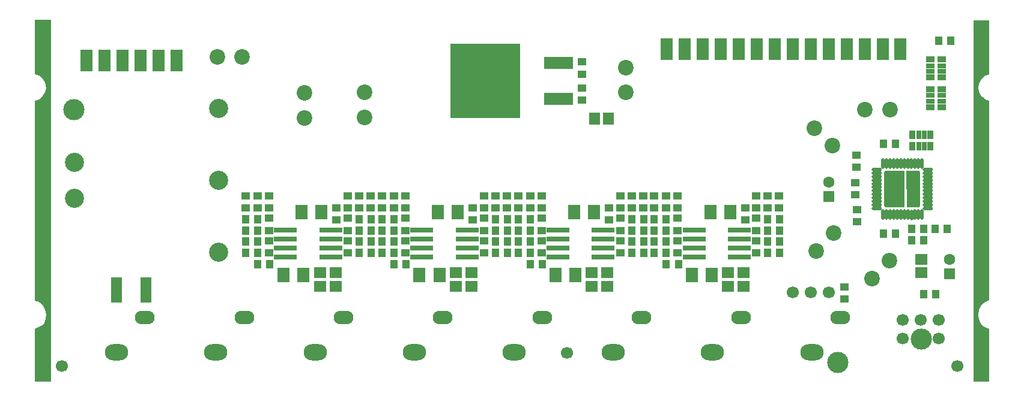
<source format=gbr>
G04 DipTrace 2.4.0.2*
%IN1_Layer_Top_Mask.gbr*%
%MOIN*%
%ADD26C,0.1181*%
%ADD39C,0.0591*%
%ADD63C,0.0669*%
%ADD65C,0.1063*%
%ADD67R,0.3898X0.4173*%
%ADD69R,0.1634X0.0669*%
%ADD71R,0.126X0.0315*%
%ADD73O,0.0199X0.0579*%
%ADD75O,0.0579X0.0199*%
%ADD77R,0.0256X0.0492*%
%ADD79R,0.026X0.0492*%
%ADD81R,0.0335X0.0492*%
%ADD83R,0.0492X0.0256*%
%ADD85R,0.0492X0.026*%
%ADD87R,0.0492X0.0335*%
%ADD90R,0.0669X0.122*%
%ADD92C,0.0669*%
%ADD93R,0.063X0.1417*%
%ADD95R,0.0669X0.0591*%
%ADD97R,0.0709X0.0787*%
%ADD99C,0.063*%
%ADD101R,0.063X0.063*%
%ADD103R,0.0429X0.0479*%
%ADD105R,0.0591X0.0669*%
%ADD107R,0.0479X0.0429*%
%ADD109C,0.0866*%
%ADD111O,0.1102X0.0748*%
%ADD113O,0.1299X0.0906*%
%FSLAX44Y44*%
G04*
G70*
G90*
G75*
G01*
%LNTopMask*%
%LPD*%
D113*
X14173Y5787D3*
D111*
X15748Y7717D3*
X10236D3*
D113*
X8661Y5787D3*
X25197D3*
D111*
X26772Y7717D3*
X21260D3*
D113*
X19685Y5787D3*
X36220D3*
D111*
X37795Y7717D3*
X32283D3*
D113*
X30709Y5787D3*
X47244D3*
D111*
X48819Y7717D3*
X43307D3*
D113*
X41732Y5787D3*
D109*
X14252Y22205D3*
X15630D3*
X36929Y20236D3*
Y21614D3*
D107*
X34488Y21260D3*
Y21929D3*
D109*
X22433Y20236D3*
Y18858D3*
X19087Y20197D3*
Y18819D3*
X50197Y19291D3*
X51575D3*
D107*
X34488Y19803D3*
Y20472D3*
D109*
X47401Y18246D3*
X48393Y17289D3*
D105*
X35945Y18780D3*
X35197D3*
D103*
X51890Y17362D3*
X51220D3*
D107*
X49724Y16732D3*
Y16063D3*
D101*
X48189Y14449D3*
D99*
Y15236D3*
D107*
X49646Y15197D3*
Y14528D3*
X20866Y13130D3*
Y13799D3*
X28425Y13130D3*
Y13799D3*
X35984Y13130D3*
Y13799D3*
X43543Y13130D3*
Y13799D3*
D97*
X20039Y13583D3*
X18937D3*
X27598D3*
X26496D3*
X35157D3*
X34055D3*
X42717D3*
X41614D3*
D107*
X49764Y13701D3*
Y13031D3*
D109*
X47502Y11417D3*
X48459Y12408D3*
D103*
X16496Y13189D3*
X15827D3*
X22795D3*
X22126D3*
X24055D3*
X23386D3*
X30354D3*
X29685D3*
X31614D3*
X30945D3*
X37913D3*
X37244D3*
X39173D3*
X38504D3*
X45472D3*
X44803D3*
X53465Y12638D3*
X52795D3*
X54764D3*
X54094D3*
X16496Y12559D3*
X15827D3*
X22795D3*
X22126D3*
X24055D3*
X23386D3*
X30354D3*
X29685D3*
X31614D3*
X30945D3*
X37913D3*
X37244D3*
X39173D3*
X38504D3*
X45472D3*
X44803D3*
X51890Y12362D3*
X51220D3*
X53465Y12008D3*
X52795D3*
D107*
X17126Y11969D3*
Y11299D3*
X21496Y11969D3*
Y11299D3*
X24685Y11969D3*
Y11299D3*
X29055Y11969D3*
Y11299D3*
X32244Y11969D3*
Y11299D3*
X36614Y11969D3*
Y11299D3*
X39803Y11969D3*
Y11299D3*
X44173Y11969D3*
Y11299D3*
D109*
X50591Y9882D3*
X51548Y10873D3*
D101*
X54882Y10157D3*
D99*
Y10945D3*
D95*
X53307D3*
Y10197D3*
D103*
X16496Y10669D3*
X17165D3*
X24055D3*
X24724D3*
X31614D3*
X32283D3*
X39173D3*
X39843D3*
D97*
X19016Y10079D3*
X17913D3*
D95*
X19961Y9449D3*
Y10197D3*
X20827Y9449D3*
Y10197D3*
D97*
X26575Y10079D3*
X25472D3*
D95*
X27480Y9449D3*
Y10197D3*
X28346Y9449D3*
Y10197D3*
D97*
X34134Y10079D3*
X33031D3*
D95*
X35039Y9449D3*
Y10197D3*
X35906Y9449D3*
Y10197D3*
D97*
X41693Y10079D3*
X40591D3*
D95*
X42598Y9449D3*
Y10197D3*
X43465Y9449D3*
Y10197D3*
D103*
X54134Y9016D3*
X53465D3*
D93*
X8661Y9252D3*
X10276D3*
D92*
X46181Y9094D3*
X47181D3*
X48181D3*
D90*
X39181Y22638D3*
X40181D3*
X41181D3*
X42181D3*
X43181D3*
X44181D3*
X45181D3*
X46181D3*
X47181D3*
X48181D3*
X49181D3*
X50181D3*
X51181D3*
X52173D3*
X6992Y22008D3*
X7992D3*
X8992D3*
X9992D3*
X10992D3*
X11992D3*
D39*
X6299Y19291D3*
X53307Y6496D3*
D92*
X33661Y5748D3*
D39*
X48701Y5197D3*
D92*
X5630Y5000D3*
X55315D3*
D103*
X54961Y23110D3*
X54291D3*
D87*
X54449Y21063D3*
D85*
Y21409D3*
Y21724D3*
D87*
Y22067D3*
X53819D3*
D83*
Y21724D3*
Y21409D3*
D87*
Y21063D3*
X54449Y19409D3*
D85*
Y19756D3*
Y20071D3*
D87*
Y20413D3*
X53819D3*
D83*
Y20071D3*
Y19756D3*
D87*
Y19409D3*
D81*
X52835Y17244D3*
D79*
X53181D3*
X53496D3*
D81*
X53839D3*
Y17874D3*
D77*
X53496D3*
X53181D3*
D81*
X52835D3*
D107*
X15827Y13819D3*
Y14488D3*
X16496Y13819D3*
Y14488D3*
X17126Y13819D3*
Y14488D3*
X21496Y13819D3*
Y14488D3*
X22126Y13819D3*
Y14488D3*
X22756Y13819D3*
Y14488D3*
X23386Y13819D3*
Y14488D3*
X24055Y13819D3*
Y14488D3*
X24685Y13819D3*
Y14488D3*
X29055Y13819D3*
Y14488D3*
X29685Y13819D3*
Y14488D3*
X30315Y13819D3*
Y14488D3*
X30945Y13819D3*
Y14488D3*
X31614Y13819D3*
Y14488D3*
X32244Y13819D3*
Y14488D3*
X36614Y13819D3*
Y14488D3*
X37244Y13819D3*
Y14488D3*
X37874Y13819D3*
Y14488D3*
X38504Y13819D3*
Y14488D3*
X39173Y13819D3*
Y14488D3*
X39803Y13819D3*
Y14488D3*
X44173Y13819D3*
Y14488D3*
X44803Y13819D3*
Y14488D3*
X45433Y13819D3*
Y14488D3*
X17126Y12559D3*
Y13228D3*
X21496Y12559D3*
Y13228D3*
X24685Y12559D3*
Y13228D3*
X29055Y12559D3*
Y13228D3*
X32244Y12559D3*
Y13228D3*
X36614Y12559D3*
Y13228D3*
X39803Y12559D3*
Y13228D3*
X44173Y12559D3*
Y13228D3*
D103*
X15827Y11929D3*
X16496D3*
X22126D3*
X22795D3*
X23386D3*
X24055D3*
X29685D3*
X30354D3*
X30945D3*
X31614D3*
X37244D3*
X37913D3*
X38504D3*
X39173D3*
X44803D3*
X45472D3*
X15827Y11299D3*
X16496D3*
X22126D3*
X22795D3*
X23386D3*
X24055D3*
X29685D3*
X30354D3*
X30945D3*
X31614D3*
X37244D3*
X37913D3*
X38504D3*
X39173D3*
X44803D3*
X45472D3*
D107*
X49055Y8740D3*
Y9409D3*
D75*
X53701Y13780D3*
Y13976D3*
Y14173D3*
Y14370D3*
Y14567D3*
Y14764D3*
Y14961D3*
Y15157D3*
Y15354D3*
Y15551D3*
Y15748D3*
Y15945D3*
D73*
X53363Y16283D3*
X53166D3*
X52969D3*
X52772D3*
X52575D3*
X52378D3*
X52182D3*
X51985D3*
X51788D3*
X51591D3*
X51394D3*
X51197D3*
D75*
X50857Y15945D3*
Y15748D3*
Y15551D3*
Y15354D3*
Y15157D3*
Y14961D3*
Y14764D3*
Y14567D3*
Y14370D3*
Y14173D3*
Y13976D3*
Y13780D3*
D73*
X51197Y13441D3*
X51394D3*
X51591D3*
X51788D3*
X51985D3*
X52182D3*
X52378D3*
X52575D3*
X52777Y13423D3*
X52969Y13441D3*
X53166D3*
X53363D3*
D71*
X20551Y11065D3*
Y11565D3*
Y12065D3*
Y12565D3*
X18031D3*
Y12065D3*
Y11565D3*
Y11065D3*
X28110D3*
Y11565D3*
Y12065D3*
Y12565D3*
X25591D3*
Y12065D3*
Y11565D3*
Y11065D3*
X35669D3*
Y11565D3*
Y12065D3*
Y12565D3*
X33150D3*
Y12065D3*
Y11565D3*
Y11065D3*
X43228D3*
Y11565D3*
Y12065D3*
Y12565D3*
X40709D3*
Y12065D3*
Y11565D3*
Y11065D3*
D69*
X33189Y19882D3*
Y21882D3*
D67*
X29134Y20882D3*
D65*
X14331Y19331D3*
Y15331D3*
Y11331D3*
X6331Y16331D3*
Y14331D3*
D63*
X52287Y7579D3*
X53287D3*
X54287D3*
X52287Y6547D3*
X54287D3*
G36*
X53268Y15787D2*
X53228Y15866D1*
X52480D1*
X52520Y13858D1*
X53228D1*
X53268Y13937D1*
D1*
Y15787D1*
G37*
G36*
X52402Y15866D2*
X51339D1*
X51260Y15787D1*
Y13937D1*
X51339Y13858D1*
X52402D1*
D1*
Y15866D1*
G37*
D26*
X53307Y6496D3*
G36*
X5020Y4134D2*
X4134D1*
Y6339D1*
Y7087D1*
X4331Y7165D1*
X4508Y7264D1*
X4646Y7421D1*
X4724Y7657D1*
X4744Y7874D1*
X4705Y8150D1*
X4606Y8346D1*
X4449Y8504D1*
X4291Y8602D1*
X4134Y8642D1*
Y19783D1*
X4291Y19823D1*
X4409Y19882D1*
X4567Y20039D1*
X4685Y20236D1*
X4744Y20492D1*
X4685Y20787D1*
X4567Y21004D1*
X4350Y21181D1*
X4134Y21260D1*
Y24272D1*
X5020D1*
Y4134D1*
G37*
G36*
X56220Y4154D2*
X57087D1*
Y7087D1*
X56929Y7146D1*
X56791Y7224D1*
X56634Y7382D1*
X56516Y7598D1*
X56476Y7854D1*
X56516Y8130D1*
X56614Y8327D1*
X56732Y8484D1*
X56890Y8583D1*
X57087Y8661D1*
Y19783D1*
X56890Y19843D1*
X56732Y19961D1*
X56634Y20079D1*
X56535Y20276D1*
X56496Y20492D1*
X56535Y20709D1*
X56614Y20925D1*
X56752Y21063D1*
X56890Y21181D1*
X57087Y21260D1*
Y24252D1*
X56220D1*
Y4154D1*
G37*
D26*
X48701Y5197D3*
X6299Y19291D3*
M02*

</source>
